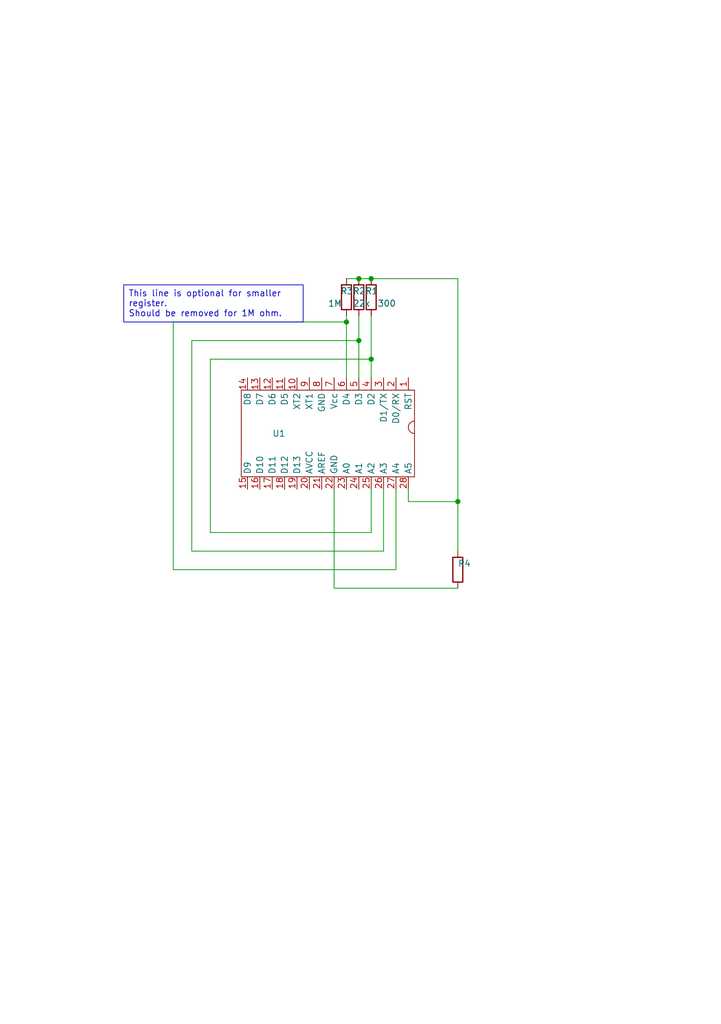
<source format=kicad_sch>
(kicad_sch (version 20230121) (generator eeschema)
  (paper "A5" portrait)
  (lib_symbols
    (symbol "Device:R" (pin_numbers hide) (pin_names (offset 0))
      (property "Reference" "R" (at 2.032 0 90))
      (property "Value" "R" (at 0 0 90))
      (symbol "R_0_1"
        (rectangle (start -1.016 -2.54) (end 1.016 2.54) (stroke (width 0.254)))
      )
      (symbol "R_1_1"
        (pin passive line (at 0 3.81 270) (length 1.27) (name "~") (number "1"))
        (pin passive line (at 0 -3.81 90) (length 1.27) (name "~") (number "2"))
      )
    )
    (symbol "Ore:ATmega328U_Duino"
      (property "Reference" "ATmega328P_arduino" (at 0 0 0))
      (symbol "ATmega328U_Duino_0_1"
        (arc (start -17.7799 11.4299) (mid -16.8819 11.8019) (end -16.5099 12.6999))
        (rectangle (start -17.78 22.86) (end 17.78 5.08))
        (arc (start -16.5099 12.7001) (mid -16.8819 13.5981) (end -17.7799 13.9701))
      )
      (symbol "ATmega328U_Duino_1_1"
        (pin input line (at -16.51 2.54 90) (length 2.54) (name "RST") (number "1"))
        (pin input line (at 6.35 2.54 90) (length 2.54) (name "XT2") (number "10"))
        (pin output line (at 8.89 2.54 90) (length 2.54) (name "D5") (number "11"))
        (pin output line (at 11.43 2.54 90) (length 2.54) (name "D6") (number "12"))
        (pin output line (at 13.97 2.54 90) (length 2.54) (name "D7") (number "13"))
        (pin output line (at 16.51 2.54 90) (length 2.54) (name "D8") (number "14"))
        (pin output line (at 16.51 25.4 270) (length 2.54) (name "D9") (number "15"))
        (pin output line (at 13.97 25.4 270) (length 2.54) (name "D10") (number "16"))
        (pin unspecified line (at 11.43 25.4 270) (length 2.54) (name "D11") (number "17"))
        (pin unspecified line (at 8.89 25.4 270) (length 2.54) (name "D12") (number "18"))
        (pin unspecified line (at 6.35 25.4 270) (length 2.54) (name "D13") (number "19"))
        (pin output line (at -13.97 2.54 90) (length 2.54) (name "D0/RX") (number "2"))
        (pin unspecified line (at 3.81 25.4 270) (length 2.54) (name "AVCC") (number "20"))
        (pin unspecified line (at 1.27 25.4 270) (length 2.54) (name "AREF") (number "21"))
        (pin unspecified line (at -1.27 25.4 270) (length 2.54) (name "GND") (number "22"))
        (pin unspecified line (at -3.81 25.4 270) (length 2.54) (name "A0") (number "23"))
        (pin unspecified line (at -6.35 25.4 270) (length 2.54) (name "A1") (number "24"))
        (pin unspecified line (at -8.89 25.4 270) (length 2.54) (name "A2") (number "25"))
        (pin unspecified line (at -11.43 25.4 270) (length 2.54) (name "A3") (number "26"))
        (pin unspecified line (at -13.97 25.4 270) (length 2.54) (name "A4") (number "27"))
        (pin unspecified line (at -16.51 25.4 270) (length 2.54) (name "A5") (number "28"))
        (pin output line (at -11.43 2.54 90) (length 2.54) (name "D1/TX") (number "3"))
        (pin output line (at -8.89 2.54 90) (length 2.54) (name "D2") (number "4"))
        (pin output line (at -6.35 2.54 90) (length 2.54) (name "D3") (number "5"))
        (pin output line (at -3.81 2.54 90) (length 2.54) (name "D4") (number "6"))
        (pin power_in line (at -1.27 2.54 90) (length 2.54) (name "Vcc") (number "7"))
        (pin power_out line (at 1.27 2.54 90) (length 2.54) (name "GND") (number "8"))
        (pin input line (at 3.81 2.54 90) (length 2.54) (name "XT1") (number "9"))
      )
    )
  )
  (junction (at 73.66 57.15))
  (junction (at 93.98 102.87))
  (junction (at 76.2 73.66))
  (junction (at 73.66 69.85))
  (junction (at 71.12 66.04))
  (junction (at 76.2 57.15))
  (wire (pts (xy 76.2 100.33) (xy 76.2 109.22)))
  (wire (pts (xy 78.74 100.33) (xy 78.74 113.03)))
  (wire (pts (xy 76.2 73.66) (xy 76.2 77.47)))
  (wire (pts (xy 83.82 102.87) (xy 93.98 102.87)))
  (wire (pts (xy 76.2 64.77) (xy 76.2 73.66)))
  (wire (pts (xy 93.98 120.65) (xy 68.58 120.65)))
  (wire (pts (xy 83.82 100.33) (xy 83.82 102.87)))
  (wire (pts (xy 35.56 116.84) (xy 35.56 66.04)))
  (wire (pts (xy 39.37 69.85) (xy 73.66 69.85)))
  (wire (pts (xy 71.12 57.15) (xy 73.66 57.15)))
  (wire (pts (xy 81.28 116.84) (xy 35.56 116.84)))
  (wire (pts (xy 93.98 57.15) (xy 76.2 57.15)))
  (wire (pts (xy 71.12 66.04) (xy 71.12 77.47)))
  (wire (pts (xy 73.66 64.77) (xy 73.66 69.85)))
  (wire (pts (xy 71.12 64.77) (xy 71.12 66.04)))
  (wire (pts (xy 68.58 100.33) (xy 68.58 120.65)))
  (wire (pts (xy 76.2 109.22) (xy 43.18 109.22)))
  (wire (pts (xy 39.37 113.03) (xy 39.37 69.85)))
  (wire (pts (xy 78.74 113.03) (xy 39.37 113.03)))
  (wire (pts (xy 93.98 102.87) (xy 93.98 57.15)))
  (wire (pts (xy 43.18 109.22) (xy 43.18 73.66)))
  (wire (pts (xy 73.66 69.85) (xy 73.66 77.47)))
  (wire (pts (xy 35.56 66.04) (xy 71.12 66.04)))
  (wire (pts (xy 81.28 100.33) (xy 81.28 116.84)))
  (wire (pts (xy 43.18 73.66) (xy 76.2 73.66)))
  (wire (pts (xy 73.66 57.15) (xy 76.2 57.15)))
  (wire (pts (xy 93.98 113.03) (xy 93.98 102.87)))
  (text_box "This line is optional for smaller register.\nShould be removed for 1M ohm." (at 25.4 58.42 0) (size 36.83 7.62) (effects (font (size 1.27 1.27)) (justify left top)))
  (symbol (lib_id "Ore:ATmega328U_Duino") (at 67.31 74.93 180) (unit 1)
    (property "Reference" "U1" (at 55.88 88.9 0) (effects (justify right)))
    (property "Value" "ATmega328P" (effects hide))
  )
  (symbol (lib_id "Device:R") (at 71.12 60.96 0) (unit 1)
    (property "Reference" "R3" (at 69.85 59.69 0) (effects (justify left)))
    (property "Value" "1M" (at 67.31 62.23 0) (effects (justify left)))
  )
  (symbol (lib_id "Device:R") (at 73.66 60.96 0) (unit 1)
    (property "Reference" "R2" (at 72.39 59.69 0) (effects (justify left)))
    (property "Value" "22k" (at 72.39 62.23 0) (effects (justify left)))
  )
  (symbol (lib_id "Device:R") (at 93.98 116.84 0) (unit 1)
    (property "Reference" "R4" (at 93.98 115.57 0) (effects (justify left)))
    (property "Value" "R" (effects hide))
  )
  (symbol (lib_id "Device:R") (at 76.2 60.96 0) (unit 1)
    (property "Reference" "R1" (at 74.93 59.69 0) (effects (justify left)))
    (property "Value" "300" (at 77.47 62.23 0) (effects (justify left)))
  )
)
</source>
